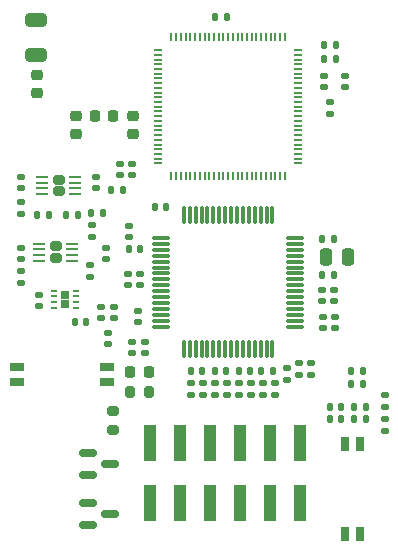
<source format=gbr>
%TF.GenerationSoftware,KiCad,Pcbnew,7.0.6*%
%TF.CreationDate,2024-02-04T23:38:57-08:00*%
%TF.ProjectId,sulu_ads1299,73756c75-5f61-4647-9331-3239392e6b69,rev?*%
%TF.SameCoordinates,Original*%
%TF.FileFunction,Paste,Top*%
%TF.FilePolarity,Positive*%
%FSLAX46Y46*%
G04 Gerber Fmt 4.6, Leading zero omitted, Abs format (unit mm)*
G04 Created by KiCad (PCBNEW 7.0.6) date 2024-02-04 23:38:57*
%MOMM*%
%LPD*%
G01*
G04 APERTURE LIST*
G04 Aperture macros list*
%AMRoundRect*
0 Rectangle with rounded corners*
0 $1 Rounding radius*
0 $2 $3 $4 $5 $6 $7 $8 $9 X,Y pos of 4 corners*
0 Add a 4 corners polygon primitive as box body*
4,1,4,$2,$3,$4,$5,$6,$7,$8,$9,$2,$3,0*
0 Add four circle primitives for the rounded corners*
1,1,$1+$1,$2,$3*
1,1,$1+$1,$4,$5*
1,1,$1+$1,$6,$7*
1,1,$1+$1,$8,$9*
0 Add four rect primitives between the rounded corners*
20,1,$1+$1,$2,$3,$4,$5,0*
20,1,$1+$1,$4,$5,$6,$7,0*
20,1,$1+$1,$6,$7,$8,$9,0*
20,1,$1+$1,$8,$9,$2,$3,0*%
G04 Aperture macros list end*
%ADD10RoundRect,0.218750X0.256250X-0.218750X0.256250X0.218750X-0.256250X0.218750X-0.256250X-0.218750X0*%
%ADD11RoundRect,0.250000X0.650000X-0.325000X0.650000X0.325000X-0.650000X0.325000X-0.650000X-0.325000X0*%
%ADD12RoundRect,0.135000X-0.135000X-0.185000X0.135000X-0.185000X0.135000X0.185000X-0.135000X0.185000X0*%
%ADD13RoundRect,0.135000X0.135000X0.185000X-0.135000X0.185000X-0.135000X-0.185000X0.135000X-0.185000X0*%
%ADD14RoundRect,0.135000X0.185000X-0.135000X0.185000X0.135000X-0.185000X0.135000X-0.185000X-0.135000X0*%
%ADD15RoundRect,0.147500X-0.172500X0.147500X-0.172500X-0.147500X0.172500X-0.147500X0.172500X0.147500X0*%
%ADD16RoundRect,0.140000X-0.170000X0.140000X-0.170000X-0.140000X0.170000X-0.140000X0.170000X0.140000X0*%
%ADD17RoundRect,0.140000X-0.140000X-0.170000X0.140000X-0.170000X0.140000X0.170000X-0.140000X0.170000X0*%
%ADD18RoundRect,0.225000X0.250000X-0.225000X0.250000X0.225000X-0.250000X0.225000X-0.250000X-0.225000X0*%
%ADD19RoundRect,0.140000X0.140000X0.170000X-0.140000X0.170000X-0.140000X-0.170000X0.140000X-0.170000X0*%
%ADD20R,0.760000X1.270000*%
%ADD21RoundRect,0.200000X0.200000X0.275000X-0.200000X0.275000X-0.200000X-0.275000X0.200000X-0.275000X0*%
%ADD22O,0.800000X0.200000*%
%ADD23O,0.200000X0.800000*%
%ADD24RoundRect,0.200000X0.275000X-0.200000X0.275000X0.200000X-0.275000X0.200000X-0.275000X-0.200000X0*%
%ADD25RoundRect,0.135000X-0.185000X0.135000X-0.185000X-0.135000X0.185000X-0.135000X0.185000X0.135000X0*%
%ADD26RoundRect,0.202500X-0.282500X-0.202500X0.282500X-0.202500X0.282500X0.202500X-0.282500X0.202500X0*%
%ADD27RoundRect,0.062500X-0.425000X-0.062500X0.425000X-0.062500X0.425000X0.062500X-0.425000X0.062500X0*%
%ADD28R,1.270000X0.760000*%
%ADD29RoundRect,0.218750X-0.218750X-0.256250X0.218750X-0.256250X0.218750X0.256250X-0.218750X0.256250X0*%
%ADD30R,1.000000X3.150000*%
%ADD31RoundRect,0.147500X0.172500X-0.147500X0.172500X0.147500X-0.172500X0.147500X-0.172500X-0.147500X0*%
%ADD32RoundRect,0.150000X-0.587500X-0.150000X0.587500X-0.150000X0.587500X0.150000X-0.587500X0.150000X0*%
%ADD33RoundRect,0.075000X0.075000X-0.662500X0.075000X0.662500X-0.075000X0.662500X-0.075000X-0.662500X0*%
%ADD34RoundRect,0.075000X0.662500X-0.075000X0.662500X0.075000X-0.662500X0.075000X-0.662500X-0.075000X0*%
%ADD35RoundRect,0.225000X0.225000X0.250000X-0.225000X0.250000X-0.225000X-0.250000X0.225000X-0.250000X0*%
%ADD36RoundRect,0.140000X0.170000X-0.140000X0.170000X0.140000X-0.170000X0.140000X-0.170000X-0.140000X0*%
%ADD37R,0.750000X0.650000*%
%ADD38R,0.500000X0.250000*%
%ADD39RoundRect,0.250000X-0.250000X-0.475000X0.250000X-0.475000X0.250000X0.475000X-0.250000X0.475000X0*%
G04 APERTURE END LIST*
D10*
%TO.C,L2*%
X87426800Y-58293100D03*
X87426800Y-56718100D03*
%TD*%
D11*
%TO.C,AE1*%
X87401400Y-55069000D03*
X87401400Y-52119000D03*
%TD*%
D12*
%TO.C,RZ1*%
X93698600Y-66446400D03*
X94718600Y-66446400D03*
%TD*%
D13*
%TO.C,R18*%
X115267200Y-85902800D03*
X114247200Y-85902800D03*
%TD*%
D14*
%TO.C,R24*%
X86106000Y-67460400D03*
X86106000Y-68480400D03*
%TD*%
D15*
%TO.C,D1*%
X108585000Y-81557000D03*
X108585000Y-82527000D03*
%TD*%
D16*
%TO.C,C18*%
X111572000Y-74958000D03*
X111572000Y-75918000D03*
%TD*%
%TO.C,C7*%
X92456000Y-65356800D03*
X92456000Y-66316800D03*
%TD*%
D13*
%TO.C,R23*%
X90934000Y-68605400D03*
X89914000Y-68605400D03*
%TD*%
D17*
%TO.C,C5*%
X104549000Y-81786000D03*
X105509000Y-81786000D03*
%TD*%
D16*
%TO.C,C14*%
X96012000Y-76736000D03*
X96012000Y-77696000D03*
%TD*%
D18*
%TO.C,C3*%
X95555000Y-61735000D03*
X95555000Y-60185000D03*
%TD*%
D17*
%TO.C,C6*%
X106454000Y-81788000D03*
X107414000Y-81788000D03*
%TD*%
D19*
%TO.C,C34*%
X113205200Y-85902800D03*
X112245200Y-85902800D03*
%TD*%
D14*
%TO.C,R21*%
X92075000Y-70487000D03*
X92075000Y-69467000D03*
%TD*%
D16*
%TO.C,C30*%
X94488000Y-64290000D03*
X94488000Y-65250000D03*
%TD*%
D14*
%TO.C,R10*%
X107569000Y-83820000D03*
X107569000Y-82800000D03*
%TD*%
D20*
%TO.C,SW1*%
X114833400Y-88011000D03*
X113563400Y-88011000D03*
X113563400Y-95631000D03*
X114833400Y-95631000D03*
%TD*%
D17*
%TO.C,C1*%
X100485000Y-81788000D03*
X101445000Y-81788000D03*
%TD*%
D21*
%TO.C,R16*%
X96964000Y-83566000D03*
X95314000Y-83566000D03*
%TD*%
D18*
%TO.C,C2*%
X90729000Y-61735000D03*
X90729000Y-60185000D03*
%TD*%
D16*
%TO.C,C31*%
X95504000Y-64290000D03*
X95504000Y-65250000D03*
%TD*%
D14*
%TO.C,R3*%
X102489000Y-83820000D03*
X102489000Y-82800000D03*
%TD*%
D22*
%TO.C,U5*%
X97732000Y-54636000D03*
X97732000Y-55036000D03*
X97732000Y-55436000D03*
X97732000Y-55836000D03*
X97732000Y-56236000D03*
X97732000Y-56636000D03*
X97732000Y-57036000D03*
X97732000Y-57436000D03*
X97732000Y-57836000D03*
X97732000Y-58236000D03*
X97732000Y-58636000D03*
X97732000Y-59036000D03*
X97732000Y-59436000D03*
X97732000Y-59836000D03*
X97732000Y-60236000D03*
X97732000Y-60636000D03*
X97732000Y-61036000D03*
X97732000Y-61436000D03*
X97732000Y-61836000D03*
X97732000Y-62236000D03*
X97732000Y-62636000D03*
X97732000Y-63036000D03*
X97732000Y-63436000D03*
X97732000Y-63836000D03*
X97732000Y-64236000D03*
D23*
X98832000Y-65336000D03*
X99232000Y-65336000D03*
X99632000Y-65336000D03*
X100032000Y-65336000D03*
X100432000Y-65336000D03*
X100832000Y-65336000D03*
X101232000Y-65336000D03*
X101632000Y-65336000D03*
X102032000Y-65336000D03*
X102432000Y-65336000D03*
X102832000Y-65336000D03*
X103232000Y-65336000D03*
X103632000Y-65336000D03*
X104032000Y-65336000D03*
X104432000Y-65336000D03*
X104832000Y-65336000D03*
X105232000Y-65336000D03*
X105632000Y-65336000D03*
X106032000Y-65336000D03*
X106432000Y-65336000D03*
X106832000Y-65336000D03*
X107232000Y-65336000D03*
X107632000Y-65336000D03*
X108032000Y-65336000D03*
X108432000Y-65336000D03*
D22*
X109532000Y-64236000D03*
X109532000Y-63836000D03*
X109532000Y-63436000D03*
X109532000Y-63036000D03*
X109532000Y-62636000D03*
X109532000Y-62236000D03*
X109532000Y-61836000D03*
X109532000Y-61436000D03*
X109532000Y-61036000D03*
X109532000Y-60636000D03*
X109532000Y-60236000D03*
X109532000Y-59836000D03*
X109532000Y-59436000D03*
X109532000Y-59036000D03*
X109532000Y-58636000D03*
X109532000Y-58236000D03*
X109532000Y-57836000D03*
X109532000Y-57436000D03*
X109532000Y-57036000D03*
X109532000Y-56636000D03*
X109532000Y-56236000D03*
X109532000Y-55836000D03*
X109532000Y-55436000D03*
X109532000Y-55036000D03*
X109532000Y-54636000D03*
D23*
X108432000Y-53536000D03*
X108032000Y-53536000D03*
X107632000Y-53536000D03*
X107232000Y-53536000D03*
X106832000Y-53536000D03*
X106432000Y-53536000D03*
X106032000Y-53536000D03*
X105632000Y-53536000D03*
X105232000Y-53536000D03*
X104832000Y-53536000D03*
X104432000Y-53536000D03*
X104032000Y-53536000D03*
X103632000Y-53536000D03*
X103232000Y-53536000D03*
X102832000Y-53536000D03*
X102432000Y-53536000D03*
X102032000Y-53536000D03*
X101632000Y-53536000D03*
X101232000Y-53536000D03*
X100832000Y-53536000D03*
X100432000Y-53536000D03*
X100032000Y-53536000D03*
X99632000Y-53536000D03*
X99232000Y-53536000D03*
X98832000Y-53536000D03*
%TD*%
D24*
%TO.C,R15*%
X93853000Y-86804000D03*
X93853000Y-85154000D03*
%TD*%
D16*
%TO.C,C38*%
X93268800Y-71351200D03*
X93268800Y-72311200D03*
%TD*%
D25*
%TO.C,R11*%
X110617000Y-81151000D03*
X110617000Y-82171000D03*
%TD*%
D14*
%TO.C,R20*%
X116890800Y-84865400D03*
X116890800Y-83845400D03*
%TD*%
%TO.C,R19*%
X116890800Y-86897400D03*
X116890800Y-85877400D03*
%TD*%
%TO.C,R9*%
X106553000Y-83820000D03*
X106553000Y-82800000D03*
%TD*%
%TO.C,R1*%
X100457000Y-83820000D03*
X100457000Y-82800000D03*
%TD*%
D26*
%TO.C,U7*%
X89027000Y-71263000D03*
X89027000Y-72263000D03*
D27*
X87639500Y-71013000D03*
X87639500Y-71513000D03*
X87639500Y-72013000D03*
X87639500Y-72513000D03*
X90414500Y-72513000D03*
X90414500Y-72013000D03*
X90414500Y-71513000D03*
X90414500Y-71013000D03*
%TD*%
D14*
%TO.C,R25*%
X91897200Y-73890600D03*
X91897200Y-72870600D03*
%TD*%
D19*
%TO.C,C15*%
X96187200Y-71475600D03*
X95227200Y-71475600D03*
%TD*%
D28*
%TO.C,SW2*%
X93373500Y-82753200D03*
X93373500Y-81483200D03*
X85753500Y-81483200D03*
X85753500Y-82753200D03*
%TD*%
D16*
%TO.C,C20*%
X112649000Y-77244000D03*
X112649000Y-78204000D03*
%TD*%
D17*
%TO.C,C25*%
X111600000Y-70612000D03*
X112560000Y-70612000D03*
%TD*%
D14*
%TO.C,R2*%
X101473000Y-83820000D03*
X101473000Y-82800000D03*
%TD*%
D17*
%TO.C,C4*%
X102517000Y-81786000D03*
X103477000Y-81786000D03*
%TD*%
D26*
%TO.C,U6*%
X89290500Y-65602800D03*
X89290500Y-66602800D03*
D27*
X87903000Y-65352800D03*
X87903000Y-65852800D03*
X87903000Y-66352800D03*
X87903000Y-66852800D03*
X90678000Y-66852800D03*
X90678000Y-66352800D03*
X90678000Y-65852800D03*
X90678000Y-65352800D03*
%TD*%
D16*
%TO.C,C24*%
X95123000Y-73561000D03*
X95123000Y-74521000D03*
%TD*%
D13*
%TO.C,R6*%
X115064000Y-81788000D03*
X114044000Y-81788000D03*
%TD*%
D19*
%TO.C,C33*%
X113205200Y-84861400D03*
X112245200Y-84861400D03*
%TD*%
D12*
%TO.C,R14*%
X111758000Y-55372000D03*
X112778000Y-55372000D03*
%TD*%
D16*
%TO.C,C23*%
X96139000Y-73561000D03*
X96139000Y-74521000D03*
%TD*%
D14*
%TO.C,RZ15*%
X112268000Y-60073000D03*
X112268000Y-59053000D03*
%TD*%
D29*
%TO.C,L1*%
X92329000Y-60198000D03*
X93904000Y-60198000D03*
%TD*%
D30*
%TO.C,J9*%
X109728000Y-87899000D03*
X109728000Y-92949000D03*
X107188000Y-87899000D03*
X107188000Y-92949000D03*
X104648000Y-87899000D03*
X104648000Y-92949000D03*
X102108000Y-87899000D03*
X102108000Y-92949000D03*
X99568000Y-87899000D03*
X99568000Y-92949000D03*
X97028000Y-87899000D03*
X97028000Y-92949000D03*
%TD*%
D31*
%TO.C,D4*%
X95504000Y-80324300D03*
X95504000Y-79354300D03*
%TD*%
D16*
%TO.C,C29*%
X113538000Y-56797000D03*
X113538000Y-57757000D03*
%TD*%
D13*
%TO.C,R5*%
X115064000Y-82931000D03*
X114044000Y-82931000D03*
%TD*%
D14*
%TO.C,R7*%
X104521000Y-83820000D03*
X104521000Y-82800000D03*
%TD*%
D16*
%TO.C,C28*%
X111760000Y-56797000D03*
X111760000Y-57757000D03*
%TD*%
%TO.C,C21*%
X111633000Y-77244000D03*
X111633000Y-78204000D03*
%TD*%
D32*
%TO.C,Q1*%
X91772500Y-88712000D03*
X91772500Y-90612000D03*
X93647500Y-89662000D03*
%TD*%
D17*
%TO.C,C27*%
X111788000Y-54229000D03*
X112748000Y-54229000D03*
%TD*%
D14*
%TO.C,R8*%
X105537000Y-83820000D03*
X105537000Y-82800000D03*
%TD*%
D31*
%TO.C,D3*%
X96596200Y-80314800D03*
X96596200Y-79344800D03*
%TD*%
D33*
%TO.C,U4*%
X99882000Y-79957500D03*
X100382000Y-79957500D03*
X100882000Y-79957500D03*
X101382000Y-79957500D03*
X101882000Y-79957500D03*
X102382000Y-79957500D03*
X102882000Y-79957500D03*
X103382000Y-79957500D03*
X103882000Y-79957500D03*
X104382000Y-79957500D03*
X104882000Y-79957500D03*
X105382000Y-79957500D03*
X105882000Y-79957500D03*
X106382000Y-79957500D03*
X106882000Y-79957500D03*
X107382000Y-79957500D03*
D34*
X109294500Y-78045000D03*
X109294500Y-77545000D03*
X109294500Y-77045000D03*
X109294500Y-76545000D03*
X109294500Y-76045000D03*
X109294500Y-75545000D03*
X109294500Y-75045000D03*
X109294500Y-74545000D03*
X109294500Y-74045000D03*
X109294500Y-73545000D03*
X109294500Y-73045000D03*
X109294500Y-72545000D03*
X109294500Y-72045000D03*
X109294500Y-71545000D03*
X109294500Y-71045000D03*
X109294500Y-70545000D03*
D33*
X107382000Y-68632500D03*
X106882000Y-68632500D03*
X106382000Y-68632500D03*
X105882000Y-68632500D03*
X105382000Y-68632500D03*
X104882000Y-68632500D03*
X104382000Y-68632500D03*
X103882000Y-68632500D03*
X103382000Y-68632500D03*
X102882000Y-68632500D03*
X102382000Y-68632500D03*
X101882000Y-68632500D03*
X101382000Y-68632500D03*
X100882000Y-68632500D03*
X100382000Y-68632500D03*
X99882000Y-68632500D03*
D34*
X97969500Y-70545000D03*
X97969500Y-71045000D03*
X97969500Y-71545000D03*
X97969500Y-72045000D03*
X97969500Y-72545000D03*
X97969500Y-73045000D03*
X97969500Y-73545000D03*
X97969500Y-74045000D03*
X97969500Y-74545000D03*
X97969500Y-75045000D03*
X97969500Y-75545000D03*
X97969500Y-76045000D03*
X97969500Y-76545000D03*
X97969500Y-77045000D03*
X97969500Y-77545000D03*
X97969500Y-78045000D03*
%TD*%
D32*
%TO.C,Q2*%
X91772500Y-92964000D03*
X91772500Y-94864000D03*
X93647500Y-93914000D03*
%TD*%
D35*
%TO.C,C32*%
X96914000Y-81915000D03*
X95364000Y-81915000D03*
%TD*%
D36*
%TO.C,C13*%
X87645200Y-76316800D03*
X87645200Y-75356800D03*
%TD*%
D12*
%TO.C,R13*%
X102487000Y-51816000D03*
X103507000Y-51816000D03*
%TD*%
D37*
%TO.C,U3*%
X89804200Y-75346800D03*
X89804200Y-76146800D03*
D38*
X88854200Y-74996800D03*
X88854200Y-75496800D03*
X88854200Y-75996800D03*
X88854200Y-76496800D03*
X90754200Y-76496800D03*
X90754200Y-75996800D03*
X90754200Y-75496800D03*
X90754200Y-74996800D03*
%TD*%
D36*
%TO.C,C39*%
X86106000Y-66316800D03*
X86106000Y-65356800D03*
%TD*%
D16*
%TO.C,C17*%
X95250000Y-69497000D03*
X95250000Y-70457000D03*
%TD*%
D14*
%TO.C,R26*%
X86106000Y-74398600D03*
X86106000Y-73378600D03*
%TD*%
D15*
%TO.C,D2*%
X93954600Y-76391300D03*
X93954600Y-77361300D03*
%TD*%
D12*
%TO.C,RZ2*%
X92047600Y-68402200D03*
X93067600Y-68402200D03*
%TD*%
D14*
%TO.C,R4*%
X103505000Y-83820000D03*
X103505000Y-82800000D03*
%TD*%
D39*
%TO.C,C26*%
X111892000Y-72136000D03*
X113792000Y-72136000D03*
%TD*%
D17*
%TO.C,C22*%
X111600000Y-73660000D03*
X112560000Y-73660000D03*
%TD*%
D19*
%TO.C,C16*%
X98397000Y-67945000D03*
X97437000Y-67945000D03*
%TD*%
%TO.C,C11*%
X91589800Y-77673200D03*
X90629800Y-77673200D03*
%TD*%
D15*
%TO.C,D1*%
X92862400Y-76391300D03*
X92862400Y-77361300D03*
%TD*%
D12*
%TO.C,R17*%
X114247200Y-84861400D03*
X115267200Y-84861400D03*
%TD*%
D13*
%TO.C,R22*%
X88495600Y-68605400D03*
X87475600Y-68605400D03*
%TD*%
D16*
%TO.C,C12*%
X93497400Y-78590200D03*
X93497400Y-79550200D03*
%TD*%
D25*
%TO.C,R12*%
X109601000Y-81151000D03*
X109601000Y-82171000D03*
%TD*%
D16*
%TO.C,C19*%
X112588000Y-74958000D03*
X112588000Y-75918000D03*
%TD*%
D36*
%TO.C,C8*%
X86106000Y-72362000D03*
X86106000Y-71402000D03*
%TD*%
M02*

</source>
